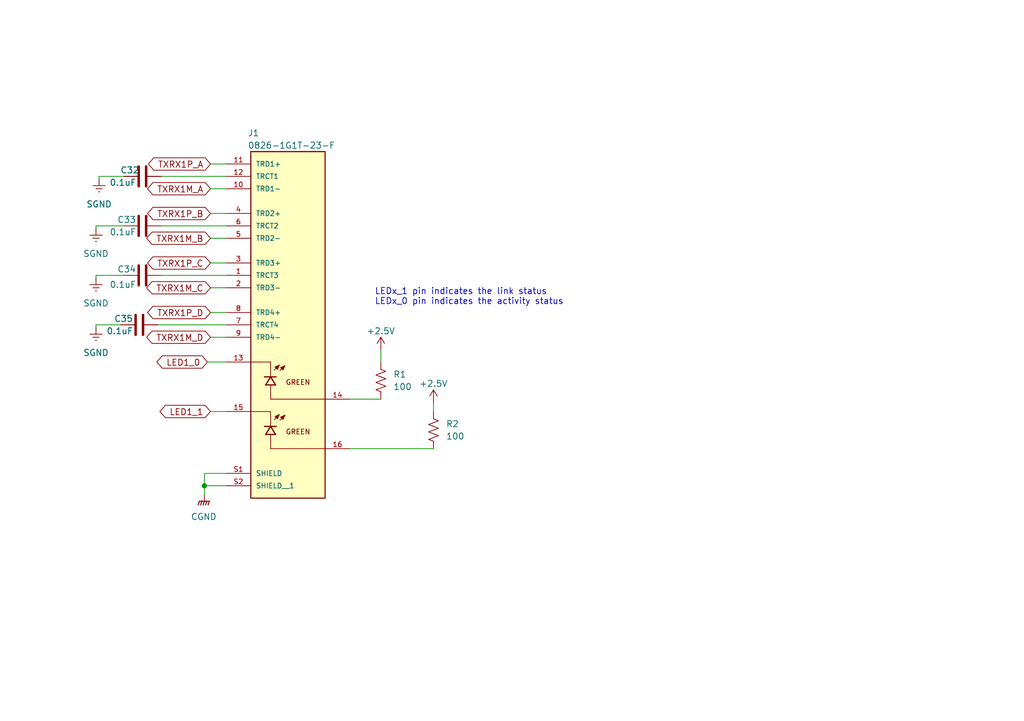
<source format=kicad_sch>
(kicad_sch (version 20250114) (generator "eeschema") (generator_version "9.0")
  (paper "A5")
  (lib_symbols
    (symbol "Device:C" (pin_numbers (hide yes)) (pin_names (offset 0.254))
      (property "Reference" "C" (at 0.635 2.54 0))
      (property "Value" "C" (at 0.635 -2.54 0))
      (symbol "C_0_1"
        (polyline (pts (xy -2.032 0.762) (xy 2.032 0.762)) (stroke (width 0.508)))
        (polyline (pts (xy -2.032 -0.762) (xy 2.032 -0.762)) (stroke (width 0.508)))
      )
      (symbol "C_1_1"
        (pin passive line (at 0 3.81 270) (length 2.794) (name "~") (number "1"))
        (pin passive line (at 0 -3.81 90) (length 2.794) (name "~") (number "2"))
      )
    )
    (symbol "Device:R_US" (pin_numbers (hide yes)) (pin_names (offset 0))
      (property "Reference" "R" (at 2.54 0 90))
      (property "Value" "R_US" (at -2.54 0 90))
      (symbol "R_US_0_1"
        (polyline (pts (xy 0 2.286) (xy 0 2.54)))
        (polyline (pts (xy 0 2.286) (xy 1.016 1.905) (xy 0 1.524) (xy -1.016 1.143) (xy 0 0.762)))
        (polyline (pts (xy 0 0.762) (xy 1.016 0.381) (xy 0 0) (xy -1.016 -0.381) (xy 0 -0.762)))
        (polyline (pts (xy 0 -0.762) (xy 1.016 -1.143) (xy 0 -1.524) (xy -1.016 -1.905) (xy 0 -2.286)))
        (polyline (pts (xy 0 -2.286) (xy 0 -2.54)))
      )
      (symbol "R_US_1_1"
        (pin passive line (at 0 3.81 270) (length 1.27) (name "~") (number "1"))
        (pin passive line (at 0 -3.81 90) (length 1.27) (name "~") (number "2"))
      )
    )
    (symbol "SCALES:0826-1G1T-23-F" (pin_names (offset 1.016))
      (property "Reference" "J" (at -7.62 34.29 0))
      (property "Value" "0826-1G1T-23-F" (at -7.62 -39.37 0))
      (symbol "0826-1G1T-23-F_0_0"
        (rectangle (start -7.62 33.02) (end 7.62 -38.1) (stroke (width 0.254)) (fill (type background)))
        (polyline (pts (xy -3.556 -10.16) (xy -7.62 -10.16)) (stroke (width 0.1524)))
        (polyline (pts (xy -3.556 -13.081) (xy -3.556 -10.16)) (stroke (width 0.1524)))
        (polyline (pts (xy -3.556 -13.208) (xy -4.826 -13.208)) (stroke (width 0.254)))
        (polyline (pts (xy -3.556 -13.208) (xy -4.572 -14.859)) (stroke (width 0.254)))
        (polyline (pts (xy -3.556 -17.78) (xy -3.556 -14.986)) (stroke (width 0.1524)))
        (polyline (pts (xy -3.556 -17.78) (xy 7.62 -17.78)) (stroke (width 0.1524)))
        (polyline (pts (xy -3.556 -20.32) (xy -7.62 -20.32)) (stroke (width 0.1524)))
        (polyline (pts (xy -3.556 -23.241) (xy -3.556 -20.32)) (stroke (width 0.1524)))
        (polyline (pts (xy -3.556 -23.368) (xy -4.826 -23.368)) (stroke (width 0.254)))
        (polyline (pts (xy -3.556 -23.368) (xy -4.572 -25.019)) (stroke (width 0.254)))
        (polyline (pts (xy -3.556 -27.94) (xy -3.556 -25.146)) (stroke (width 0.1524)))
        (polyline (pts (xy -3.556 -27.94) (xy 7.62 -27.94)) (stroke (width 0.1524)))
        (polyline (pts (xy -2.794 -11.811) (xy -1.778 -10.795)) (stroke (width 0.1524)))
        (polyline (pts (xy -2.794 -21.971) (xy -1.778 -20.955)) (stroke (width 0.1524)))
        (polyline (pts (xy -2.54 -14.859) (xy -4.572 -14.859)) (stroke (width 0.254)))
        (polyline (pts (xy -2.54 -14.859) (xy -3.556 -13.208)) (stroke (width 0.254)))
        (polyline (pts (xy -2.54 -25.019) (xy -4.572 -25.019)) (stroke (width 0.254)))
        (polyline (pts (xy -2.54 -25.019) (xy -3.556 -23.368)) (stroke (width 0.254)))
        (polyline (pts (xy -2.413 -13.208) (xy -3.556 -13.208)) (stroke (width 0.254)))
        (polyline (pts (xy -2.413 -23.368) (xy -3.556 -23.368)) (stroke (width 0.254)))
        (polyline (pts (xy -1.778 -10.795) (xy -2.667 -11.176) (xy -2.159 -11.684) (xy -1.778 -10.795)) (stroke (width 0.1524)) (fill (type outline)))
        (polyline (pts (xy -1.778 -20.955) (xy -2.667 -21.336) (xy -2.159 -21.844) (xy -1.778 -20.955)) (stroke (width 0.1524)) (fill (type outline)))
        (polyline (pts (xy -1.651 -11.938) (xy -0.635 -10.922)) (stroke (width 0.1524)))
        (polyline (pts (xy -1.651 -22.098) (xy -0.635 -21.082)) (stroke (width 0.1524)))
        (polyline (pts (xy -0.635 -10.922) (xy -1.524 -11.303) (xy -1.016 -11.811) (xy -0.635 -10.922)) (stroke (width 0.1524)) (fill (type outline)))
        (polyline (pts (xy -0.635 -21.082) (xy -1.524 -21.463) (xy -1.016 -21.971) (xy -0.635 -21.082)) (stroke (width 0.1524)) (fill (type outline)))
        (text "GREEN" (at -0.508 -13.716 0) (effects (font (size 1.016 1.016)) (justify left top)))
        (text "GREEN" (at -0.508 -23.876 0) (effects (font (size 1.016 1.016)) (justify left top)))
        (pin passive line (at -12.7 30.48 0) (length 5.08) (name "TRD1+") (number "11"))
        (pin passive line (at -12.7 27.94 0) (length 5.08) (name "TRCT1") (number "12"))
        (pin passive line (at -12.7 25.4 0) (length 5.08) (name "TRD1-") (number "10"))
        (pin passive line (at -12.7 20.32 0) (length 5.08) (name "TRD2+") (number "4"))
        (pin passive line (at -12.7 17.78 0) (length 5.08) (name "TRCT2") (number "6"))
        (pin passive line (at -12.7 15.24 0) (length 5.08) (name "TRD2-") (number "5"))
        (pin passive line (at -12.7 10.16 0) (length 5.08) (name "TRD3+") (number "3"))
        (pin passive line (at -12.7 7.62 0) (length 5.08) (name "TRCT3") (number "1"))
        (pin passive line (at -12.7 5.08 0) (length 5.08) (name "TRD3-") (number "2"))
        (pin passive line (at -12.7 0 0) (length 5.08) (name "TRD4+") (number "8"))
        (pin passive line (at -12.7 -2.54 0) (length 5.08) (name "TRCT4") (number "7"))
        (pin passive line (at -12.7 -5.08 0) (length 5.08) (name "TRD4-") (number "9"))
        (pin passive line (at -12.7 -10.16 0) (length 5.08) (name "~") (number "13"))
        (pin passive line (at -12.7 -20.32 0) (length 5.08) (name "~") (number "15"))
        (pin passive line (at -12.7 -33.02 0) (length 5.08) (name "SHIELD") (number "S1"))
        (pin passive line (at -12.7 -35.56 0) (length 5.08) (name "SHIELD__1") (number "S2"))
        (pin passive line (at 12.7 -17.78 180) (length 5.08) (name "~") (number "14"))
        (pin passive line (at 12.7 -27.94 180) (length 5.08) (name "~") (number "16"))
      )
    )
    (symbol "power:+2V5" (power) (pin_numbers (hide yes)) (pin_names (offset 0) (hide yes))
      (property "Value" "+2V5" (at 0 3.556 0))
      (symbol "+2V5_0_1"
        (polyline (pts (xy -0.762 1.27) (xy 0 2.54)))
        (polyline (pts (xy 0 2.54) (xy 0.762 1.27)))
        (polyline (pts (xy 0 0) (xy 0 2.54)))
      )
      (symbol "+2V5_1_1"
        (pin power_in line (at 0 0 90) (length 0) (name "~") (number "1"))
      )
    )
    (symbol "power:GNDPWR" (power) (pin_numbers (hide yes)) (pin_names (offset 0) (hide yes))
      (property "Value" "GNDPWR" (at 0 -3.302 0))
      (symbol "GNDPWR_0_1"
        (polyline (pts (xy -1.016 -1.27) (xy -1.27 -2.032) (xy -1.27 -2.032)) (stroke (width 0.2032)))
        (polyline (pts (xy -0.508 -1.27) (xy -0.762 -2.032) (xy -0.762 -2.032)) (stroke (width 0.2032)))
        (polyline (pts (xy 0 -1.27) (xy 0 0)))
        (polyline (pts (xy 0 -1.27) (xy -0.254 -2.032) (xy -0.254 -2.032)) (stroke (width 0.2032)))
        (polyline (pts (xy 0.508 -1.27) (xy 0.254 -2.032) (xy 0.254 -2.032)) (stroke (width 0.2032)))
        (polyline (pts (xy 1.016 -1.27) (xy -1.016 -1.27) (xy -1.016 -1.27)) (stroke (width 0.2032)))
        (polyline (pts (xy 1.016 -1.27) (xy 0.762 -2.032) (xy 0.762 -2.032) (xy 0.762 -2.032)) (stroke (width 0.2032)))
      )
      (symbol "GNDPWR_1_1"
        (pin power_in line (at 0 0 270) (length 0) (name "~") (number "1"))
      )
    )
    (symbol "power:GNDREF" (power) (pin_numbers (hide yes)) (pin_names (offset 0) (hide yes))
      (property "Value" "GNDREF" (at 0 -3.81 0))
      (symbol "GNDREF_0_1"
        (polyline (pts (xy -0.635 -1.905) (xy 0.635 -1.905)))
        (polyline (pts (xy -0.127 -2.54) (xy 0.127 -2.54)))
        (polyline (pts (xy 0 -1.27) (xy 0 0)))
        (polyline (pts (xy 1.27 -1.27) (xy -1.27 -1.27)))
      )
      (symbol "GNDREF_1_1"
        (pin power_in line (at 0 0 270) (length 0) (name "~") (number "1"))
      )
    )
  )
  (text "LEDx_1 pin indicates the link status\nLEDx_0 pin indicates the activity status" (at 76.835 60.96 0) (effects (font (size 1.27 1.27)) (justify left)))
  (junction (at 41.91 99.695))
  (wire (pts (xy 19.685 46.355) (xy 25.4 46.355)))
  (wire (pts (xy 43.18 53.975) (xy 46.355 53.975)))
  (wire (pts (xy 43.18 43.815) (xy 46.355 43.815)))
  (wire (pts (xy 19.685 46.99) (xy 19.685 46.355)))
  (wire (pts (xy 41.91 99.695) (xy 46.355 99.695)))
  (wire (pts (xy 43.18 38.735) (xy 46.355 38.735)))
  (wire (pts (xy 33.02 36.195) (xy 46.355 36.195)))
  (wire (pts (xy 46.355 97.155) (xy 41.91 97.155)))
  (wire (pts (xy 41.91 99.695) (xy 41.91 101.6)))
  (wire (pts (xy 19.685 67.31) (xy 19.685 66.675)))
  (wire (pts (xy 43.18 33.655) (xy 46.355 33.655)))
  (wire (pts (xy 33.02 56.515) (xy 46.355 56.515)))
  (wire (pts (xy 25.4 56.515) (xy 19.685 56.515)))
  (wire (pts (xy 43.18 59.055) (xy 46.355 59.055)))
  (wire (pts (xy 33.02 46.355) (xy 46.355 46.355)))
  (wire (pts (xy 43.18 48.895) (xy 46.355 48.895)))
  (wire (pts (xy 71.755 92.075) (xy 88.9 92.075)))
  (wire (pts (xy 43.18 84.455) (xy 46.355 84.455)))
  (wire (pts (xy 78.105 71.755) (xy 78.105 74.295)))
  (wire (pts (xy 71.755 81.915) (xy 78.105 81.915)))
  (wire (pts (xy 32.385 66.675) (xy 46.355 66.675)))
  (wire (pts (xy 20.32 36.195) (xy 25.4 36.195)))
  (wire (pts (xy 42.545 74.295) (xy 46.355 74.295)))
  (wire (pts (xy 19.685 56.515) (xy 19.685 57.15)))
  (wire (pts (xy 43.18 64.135) (xy 46.355 64.135)))
  (wire (pts (xy 20.32 36.83) (xy 20.32 36.195)))
  (wire (pts (xy 19.685 66.675) (xy 24.765 66.675)))
  (wire (pts (xy 43.18 69.215) (xy 46.355 69.215)))
  (wire (pts (xy 41.91 97.155) (xy 41.91 99.695)))
  (wire (pts (xy 88.9 82.55) (xy 88.9 84.455)))
  (global_label "TXRX1P_C" (shape bidirectional) (at 43.18 53.975 180) (property "Intersheetrefs" "${INTERSHEET_REFS}" (effects (hide yes))))
  (global_label "LED1_1" (shape bidirectional) (at 43.18 84.455 180) (property "Intersheetrefs" "${INTERSHEET_REFS}" (effects (hide yes))))
  (global_label "TXRX1P_D" (shape bidirectional) (at 43.18 64.135 180) (property "Intersheetrefs" "${INTERSHEET_REFS}" (effects (hide yes))))
  (global_label "TXRX1M_D" (shape bidirectional) (at 43.18 69.215 180) (property "Intersheetrefs" "${INTERSHEET_REFS}" (effects (hide yes))))
  (global_label "TXRX1M_C" (shape bidirectional) (at 43.18 59.055 180) (property "Intersheetrefs" "${INTERSHEET_REFS}" (effects (hide yes))))
  (global_label "TXRX1M_B" (shape bidirectional) (at 43.18 48.895 180) (property "Intersheetrefs" "${INTERSHEET_REFS}" (effects (hide yes))))
  (global_label "TXRX1M_A" (shape bidirectional) (at 43.18 38.735 180) (property "Intersheetrefs" "${INTERSHEET_REFS}" (effects (hide yes))))
  (global_label "TXRX1P_A" (shape bidirectional) (at 43.18 33.655 180) (property "Intersheetrefs" "${INTERSHEET_REFS}" (effects (hide yes))))
  (global_label "LED1_0" (shape bidirectional) (at 42.545 74.295 180) (property "Intersheetrefs" "${INTERSHEET_REFS}" (effects (hide yes))))
  (global_label "TXRX1P_B" (shape bidirectional) (at 43.18 43.815 180) (property "Intersheetrefs" "${INTERSHEET_REFS}" (effects (hide yes))))
  (symbol (lib_id "power:GNDREF") (at 20.32 36.83 0) (unit 1)
    (property "Reference" "#PWR014" (effects (hide yes)))
    (property "Value" "SGND" (at 20.32 41.91 0))
    (property "Description" "Power symbol creates a global label with name \"GNDREF\" , reference supply ground" (effects (hide yes)))
  )
  (symbol (lib_id "Device:C") (at 29.21 46.355 90) (unit 1)
    (property "Reference" "C33" (at 27.94 45.085 90) (effects (justify left)))
    (property "Value" "0.1uF" (at 27.94 47.625 90) (effects (justify left)))
    (property "Footprint" "Capacitor_SMD:C_0603_1608Metric" (effects (hide yes)))
    (property "Description" "Unpolarized capacitor" (effects (hide yes)))
  )
  (symbol (lib_id "power:+2V5") (at 88.9 82.55 0) (unit 1)
    (property "Reference" "#PWR016" (effects (hide yes)))
    (property "Value" "+2.5V" (at 88.9 78.74 0))
    (property "Description" "Power symbol creates a global label with name \"+2V5\"" (effects (hide yes)))
  )
  (symbol (lib_id "Device:R_US") (at 78.105 78.105 180) (unit 1)
    (property "Reference" "R1" (at 80.645 76.8349 0) (effects (justify right)))
    (property "Value" "100" (at 80.645 79.3749 0) (effects (justify right)))
    (property "Description" "Resistor, US symbol" (effects (hide yes)))
  )
  (symbol (lib_id "Device:C") (at 29.21 56.515 90) (unit 1)
    (property "Reference" "C34" (at 27.94 55.245 90) (effects (justify left)))
    (property "Value" "0.1uF" (at 27.94 58.42 90) (effects (justify left)))
    (property "Footprint" "Capacitor_SMD:C_0603_1608Metric" (effects (hide yes)))
    (property "Description" "Unpolarized capacitor" (effects (hide yes)))
  )
  (symbol (lib_id "power:GNDPWR") (at 41.91 101.6 0) (unit 1)
    (property "Reference" "#PWR010" (effects (hide yes)))
    (property "Value" "CGND" (at 41.783 106.045 0))
    (property "Description" "Power symbol creates a global label with name \"CGND\" , CHASSIS GND" (effects (hide yes)))
  )
  (symbol (lib_id "power:+2V5") (at 78.105 71.755 0) (unit 1)
    (property "Reference" "#PWR015" (effects (hide yes)))
    (property "Value" "+2.5V" (at 78.105 67.945 0))
    (property "Description" "Power symbol creates a global label with name \"+2V5\"" (effects (hide yes)))
  )
  (symbol (lib_id "power:GNDREF") (at 19.685 46.99 0) (unit 1)
    (property "Reference" "#PWR013" (effects (hide yes)))
    (property "Value" "SGND" (at 19.685 52.07 0))
    (property "Description" "Power symbol creates a global label with name \"GNDREF\" , reference supply ground" (effects (hide yes)))
  )
  (symbol (lib_id "Device:R_US") (at 88.9 88.265 180) (unit 1)
    (property "Reference" "R2" (at 91.44 86.9949 0) (effects (justify right)))
    (property "Value" "100" (at 91.44 89.5349 0) (effects (justify right)))
    (property "Description" "Resistor, US symbol" (effects (hide yes)))
  )
  (symbol (lib_id "Device:C") (at 29.21 36.195 90) (unit 1)
    (property "Reference" "C32" (at 28.575 34.925 90) (effects (justify left)))
    (property "Value" "0.1uF" (at 27.94 37.465 90) (effects (justify left)))
    (property "Footprint" "Capacitor_SMD:C_0603_1608Metric" (effects (hide yes)))
    (property "Description" "Unpolarized capacitor" (effects (hide yes)))
  )
  (symbol (lib_id "power:GNDREF") (at 19.685 67.31 0) (unit 1)
    (property "Reference" "#PWR011" (effects (hide yes)))
    (property "Value" "SGND" (at 19.685 72.39 0))
    (property "Description" "Power symbol creates a global label with name \"GNDREF\" , reference supply ground" (effects (hide yes)))
  )
  (symbol (lib_id "power:GNDREF") (at 19.685 57.15 0) (unit 1)
    (property "Reference" "#PWR012" (effects (hide yes)))
    (property "Value" "SGND" (at 19.685 62.23 0))
    (property "Description" "Power symbol creates a global label with name \"GNDREF\" , reference supply ground" (effects (hide yes)))
  )
  (symbol (lib_id "SCALES:0826-1G1T-23-F") (at 59.055 64.135 0) (unit 1)
    (property "Reference" "J1" (at 50.8 27.305 0) (effects (justify left)))
    (property "Value" "0826-1G1T-23-F" (at 50.8 29.845 0) (effects (justify left)))
    (property "Footprint" "SCALES:BEL_0826-1G1T-23-F" (effects (hide yes)))
    (property "Datasheet" "https://jlcpcb.com/partdetail/BelFuse-0826_1G1T_23F/C5467573" (effects (hide yes)))
    (property "Description" "MagJack 1000BASE-T | 1X1 | G/G | Tab Up | RoHS" (effects (hide yes)))
    (property "MF" "Bel Magnetic Solutions" (effects (hide yes)))
    (property "PACKAGE" "None" (effects (hide yes)))
    (property "PRICE" "None" (effects (hide yes)))
    (property "MP" "0826-1G1T-23-F" (effects (hide yes)))
    (property "AVAILABILITY" "Unavailable" (effects (hide yes)))
  )
  (symbol (lib_id "Device:C") (at 28.575 66.675 90) (unit 1)
    (property "Reference" "C35" (at 27.305 65.405 90) (effects (justify left)))
    (property "Value" "0.1uF" (at 27.305 67.945 90) (effects (justify left)))
    (property "Footprint" "Capacitor_SMD:C_0603_1608Metric" (effects (hide yes)))
    (property "Description" "Unpolarized capacitor" (effects (hide yes)))
  )
)
</source>
